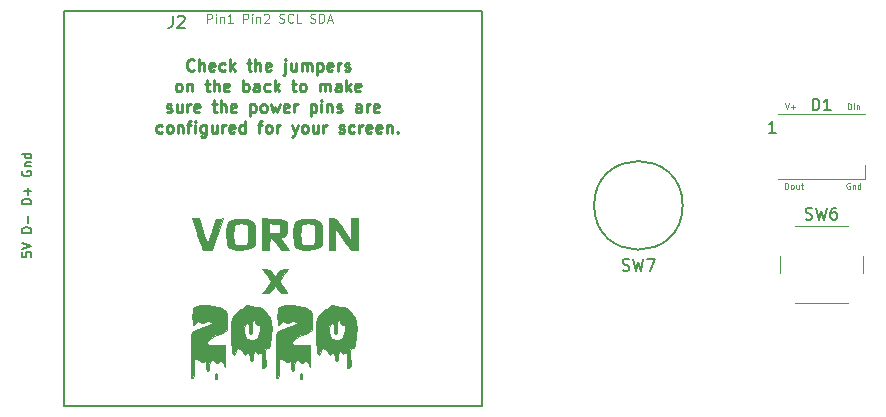
<source format=gbr>
G04 #@! TF.GenerationSoftware,KiCad,Pcbnew,(5.1.9)-1*
G04 #@! TF.CreationDate,2021-05-05T15:50:03+02:00*
G04 #@! TF.ProjectId,V0_Display,56305f44-6973-4706-9c61-792e6b696361,rev?*
G04 #@! TF.SameCoordinates,Original*
G04 #@! TF.FileFunction,Legend,Top*
G04 #@! TF.FilePolarity,Positive*
%FSLAX46Y46*%
G04 Gerber Fmt 4.6, Leading zero omitted, Abs format (unit mm)*
G04 Created by KiCad (PCBNEW (5.1.9)-1) date 2021-05-05 15:50:03*
%MOMM*%
%LPD*%
G01*
G04 APERTURE LIST*
%ADD10C,0.250000*%
%ADD11C,0.075000*%
%ADD12C,0.150000*%
%ADD13C,0.100000*%
%ADD14C,0.010000*%
%ADD15C,0.120000*%
G04 APERTURE END LIST*
D10*
X106803333Y-55662142D02*
X106755714Y-55709761D01*
X106612857Y-55757380D01*
X106517619Y-55757380D01*
X106374761Y-55709761D01*
X106279523Y-55614523D01*
X106231904Y-55519285D01*
X106184285Y-55328809D01*
X106184285Y-55185952D01*
X106231904Y-54995476D01*
X106279523Y-54900238D01*
X106374761Y-54805000D01*
X106517619Y-54757380D01*
X106612857Y-54757380D01*
X106755714Y-54805000D01*
X106803333Y-54852619D01*
X107231904Y-55757380D02*
X107231904Y-54757380D01*
X107660476Y-55757380D02*
X107660476Y-55233571D01*
X107612857Y-55138333D01*
X107517619Y-55090714D01*
X107374761Y-55090714D01*
X107279523Y-55138333D01*
X107231904Y-55185952D01*
X108517619Y-55709761D02*
X108422380Y-55757380D01*
X108231904Y-55757380D01*
X108136666Y-55709761D01*
X108089047Y-55614523D01*
X108089047Y-55233571D01*
X108136666Y-55138333D01*
X108231904Y-55090714D01*
X108422380Y-55090714D01*
X108517619Y-55138333D01*
X108565238Y-55233571D01*
X108565238Y-55328809D01*
X108089047Y-55424047D01*
X109422380Y-55709761D02*
X109327142Y-55757380D01*
X109136666Y-55757380D01*
X109041428Y-55709761D01*
X108993809Y-55662142D01*
X108946190Y-55566904D01*
X108946190Y-55281190D01*
X108993809Y-55185952D01*
X109041428Y-55138333D01*
X109136666Y-55090714D01*
X109327142Y-55090714D01*
X109422380Y-55138333D01*
X109850952Y-55757380D02*
X109850952Y-54757380D01*
X109946190Y-55376428D02*
X110231904Y-55757380D01*
X110231904Y-55090714D02*
X109850952Y-55471666D01*
X111279523Y-55090714D02*
X111660476Y-55090714D01*
X111422380Y-54757380D02*
X111422380Y-55614523D01*
X111470000Y-55709761D01*
X111565238Y-55757380D01*
X111660476Y-55757380D01*
X111993809Y-55757380D02*
X111993809Y-54757380D01*
X112422380Y-55757380D02*
X112422380Y-55233571D01*
X112374761Y-55138333D01*
X112279523Y-55090714D01*
X112136666Y-55090714D01*
X112041428Y-55138333D01*
X111993809Y-55185952D01*
X113279523Y-55709761D02*
X113184285Y-55757380D01*
X112993809Y-55757380D01*
X112898571Y-55709761D01*
X112850952Y-55614523D01*
X112850952Y-55233571D01*
X112898571Y-55138333D01*
X112993809Y-55090714D01*
X113184285Y-55090714D01*
X113279523Y-55138333D01*
X113327142Y-55233571D01*
X113327142Y-55328809D01*
X112850952Y-55424047D01*
X114517619Y-55090714D02*
X114517619Y-55947857D01*
X114470000Y-56043095D01*
X114374761Y-56090714D01*
X114327142Y-56090714D01*
X114517619Y-54757380D02*
X114470000Y-54805000D01*
X114517619Y-54852619D01*
X114565238Y-54805000D01*
X114517619Y-54757380D01*
X114517619Y-54852619D01*
X115422380Y-55090714D02*
X115422380Y-55757380D01*
X114993809Y-55090714D02*
X114993809Y-55614523D01*
X115041428Y-55709761D01*
X115136666Y-55757380D01*
X115279523Y-55757380D01*
X115374761Y-55709761D01*
X115422380Y-55662142D01*
X115898571Y-55757380D02*
X115898571Y-55090714D01*
X115898571Y-55185952D02*
X115946190Y-55138333D01*
X116041428Y-55090714D01*
X116184285Y-55090714D01*
X116279523Y-55138333D01*
X116327142Y-55233571D01*
X116327142Y-55757380D01*
X116327142Y-55233571D02*
X116374761Y-55138333D01*
X116470000Y-55090714D01*
X116612857Y-55090714D01*
X116708095Y-55138333D01*
X116755714Y-55233571D01*
X116755714Y-55757380D01*
X117231904Y-55090714D02*
X117231904Y-56090714D01*
X117231904Y-55138333D02*
X117327142Y-55090714D01*
X117517619Y-55090714D01*
X117612857Y-55138333D01*
X117660476Y-55185952D01*
X117708095Y-55281190D01*
X117708095Y-55566904D01*
X117660476Y-55662142D01*
X117612857Y-55709761D01*
X117517619Y-55757380D01*
X117327142Y-55757380D01*
X117231904Y-55709761D01*
X118517619Y-55709761D02*
X118422380Y-55757380D01*
X118231904Y-55757380D01*
X118136666Y-55709761D01*
X118089047Y-55614523D01*
X118089047Y-55233571D01*
X118136666Y-55138333D01*
X118231904Y-55090714D01*
X118422380Y-55090714D01*
X118517619Y-55138333D01*
X118565238Y-55233571D01*
X118565238Y-55328809D01*
X118089047Y-55424047D01*
X118993809Y-55757380D02*
X118993809Y-55090714D01*
X118993809Y-55281190D02*
X119041428Y-55185952D01*
X119089047Y-55138333D01*
X119184285Y-55090714D01*
X119279523Y-55090714D01*
X119565238Y-55709761D02*
X119660476Y-55757380D01*
X119850952Y-55757380D01*
X119946190Y-55709761D01*
X119993809Y-55614523D01*
X119993809Y-55566904D01*
X119946190Y-55471666D01*
X119850952Y-55424047D01*
X119708095Y-55424047D01*
X119612857Y-55376428D01*
X119565238Y-55281190D01*
X119565238Y-55233571D01*
X119612857Y-55138333D01*
X119708095Y-55090714D01*
X119850952Y-55090714D01*
X119946190Y-55138333D01*
X105446190Y-57507380D02*
X105350952Y-57459761D01*
X105303333Y-57412142D01*
X105255714Y-57316904D01*
X105255714Y-57031190D01*
X105303333Y-56935952D01*
X105350952Y-56888333D01*
X105446190Y-56840714D01*
X105589047Y-56840714D01*
X105684285Y-56888333D01*
X105731904Y-56935952D01*
X105779523Y-57031190D01*
X105779523Y-57316904D01*
X105731904Y-57412142D01*
X105684285Y-57459761D01*
X105589047Y-57507380D01*
X105446190Y-57507380D01*
X106208095Y-56840714D02*
X106208095Y-57507380D01*
X106208095Y-56935952D02*
X106255714Y-56888333D01*
X106350952Y-56840714D01*
X106493809Y-56840714D01*
X106589047Y-56888333D01*
X106636666Y-56983571D01*
X106636666Y-57507380D01*
X107731904Y-56840714D02*
X108112857Y-56840714D01*
X107874761Y-56507380D02*
X107874761Y-57364523D01*
X107922380Y-57459761D01*
X108017619Y-57507380D01*
X108112857Y-57507380D01*
X108446190Y-57507380D02*
X108446190Y-56507380D01*
X108874761Y-57507380D02*
X108874761Y-56983571D01*
X108827142Y-56888333D01*
X108731904Y-56840714D01*
X108589047Y-56840714D01*
X108493809Y-56888333D01*
X108446190Y-56935952D01*
X109731904Y-57459761D02*
X109636666Y-57507380D01*
X109446190Y-57507380D01*
X109350952Y-57459761D01*
X109303333Y-57364523D01*
X109303333Y-56983571D01*
X109350952Y-56888333D01*
X109446190Y-56840714D01*
X109636666Y-56840714D01*
X109731904Y-56888333D01*
X109779523Y-56983571D01*
X109779523Y-57078809D01*
X109303333Y-57174047D01*
X110970000Y-57507380D02*
X110970000Y-56507380D01*
X110970000Y-56888333D02*
X111065238Y-56840714D01*
X111255714Y-56840714D01*
X111350952Y-56888333D01*
X111398571Y-56935952D01*
X111446190Y-57031190D01*
X111446190Y-57316904D01*
X111398571Y-57412142D01*
X111350952Y-57459761D01*
X111255714Y-57507380D01*
X111065238Y-57507380D01*
X110970000Y-57459761D01*
X112303333Y-57507380D02*
X112303333Y-56983571D01*
X112255714Y-56888333D01*
X112160476Y-56840714D01*
X111970000Y-56840714D01*
X111874761Y-56888333D01*
X112303333Y-57459761D02*
X112208095Y-57507380D01*
X111970000Y-57507380D01*
X111874761Y-57459761D01*
X111827142Y-57364523D01*
X111827142Y-57269285D01*
X111874761Y-57174047D01*
X111970000Y-57126428D01*
X112208095Y-57126428D01*
X112303333Y-57078809D01*
X113208095Y-57459761D02*
X113112857Y-57507380D01*
X112922380Y-57507380D01*
X112827142Y-57459761D01*
X112779523Y-57412142D01*
X112731904Y-57316904D01*
X112731904Y-57031190D01*
X112779523Y-56935952D01*
X112827142Y-56888333D01*
X112922380Y-56840714D01*
X113112857Y-56840714D01*
X113208095Y-56888333D01*
X113636666Y-57507380D02*
X113636666Y-56507380D01*
X113731904Y-57126428D02*
X114017619Y-57507380D01*
X114017619Y-56840714D02*
X113636666Y-57221666D01*
X115065238Y-56840714D02*
X115446190Y-56840714D01*
X115208095Y-56507380D02*
X115208095Y-57364523D01*
X115255714Y-57459761D01*
X115350952Y-57507380D01*
X115446190Y-57507380D01*
X115922380Y-57507380D02*
X115827142Y-57459761D01*
X115779523Y-57412142D01*
X115731904Y-57316904D01*
X115731904Y-57031190D01*
X115779523Y-56935952D01*
X115827142Y-56888333D01*
X115922380Y-56840714D01*
X116065238Y-56840714D01*
X116160476Y-56888333D01*
X116208095Y-56935952D01*
X116255714Y-57031190D01*
X116255714Y-57316904D01*
X116208095Y-57412142D01*
X116160476Y-57459761D01*
X116065238Y-57507380D01*
X115922380Y-57507380D01*
X117446190Y-57507380D02*
X117446190Y-56840714D01*
X117446190Y-56935952D02*
X117493809Y-56888333D01*
X117589047Y-56840714D01*
X117731904Y-56840714D01*
X117827142Y-56888333D01*
X117874761Y-56983571D01*
X117874761Y-57507380D01*
X117874761Y-56983571D02*
X117922380Y-56888333D01*
X118017619Y-56840714D01*
X118160476Y-56840714D01*
X118255714Y-56888333D01*
X118303333Y-56983571D01*
X118303333Y-57507380D01*
X119208095Y-57507380D02*
X119208095Y-56983571D01*
X119160476Y-56888333D01*
X119065238Y-56840714D01*
X118874761Y-56840714D01*
X118779523Y-56888333D01*
X119208095Y-57459761D02*
X119112857Y-57507380D01*
X118874761Y-57507380D01*
X118779523Y-57459761D01*
X118731904Y-57364523D01*
X118731904Y-57269285D01*
X118779523Y-57174047D01*
X118874761Y-57126428D01*
X119112857Y-57126428D01*
X119208095Y-57078809D01*
X119684285Y-57507380D02*
X119684285Y-56507380D01*
X119779523Y-57126428D02*
X120065238Y-57507380D01*
X120065238Y-56840714D02*
X119684285Y-57221666D01*
X120874761Y-57459761D02*
X120779523Y-57507380D01*
X120589047Y-57507380D01*
X120493809Y-57459761D01*
X120446190Y-57364523D01*
X120446190Y-56983571D01*
X120493809Y-56888333D01*
X120589047Y-56840714D01*
X120779523Y-56840714D01*
X120874761Y-56888333D01*
X120922380Y-56983571D01*
X120922380Y-57078809D01*
X120446190Y-57174047D01*
X104470000Y-59209761D02*
X104565238Y-59257380D01*
X104755714Y-59257380D01*
X104850952Y-59209761D01*
X104898571Y-59114523D01*
X104898571Y-59066904D01*
X104850952Y-58971666D01*
X104755714Y-58924047D01*
X104612857Y-58924047D01*
X104517619Y-58876428D01*
X104470000Y-58781190D01*
X104470000Y-58733571D01*
X104517619Y-58638333D01*
X104612857Y-58590714D01*
X104755714Y-58590714D01*
X104850952Y-58638333D01*
X105755714Y-58590714D02*
X105755714Y-59257380D01*
X105327142Y-58590714D02*
X105327142Y-59114523D01*
X105374761Y-59209761D01*
X105470000Y-59257380D01*
X105612857Y-59257380D01*
X105708095Y-59209761D01*
X105755714Y-59162142D01*
X106231904Y-59257380D02*
X106231904Y-58590714D01*
X106231904Y-58781190D02*
X106279523Y-58685952D01*
X106327142Y-58638333D01*
X106422380Y-58590714D01*
X106517619Y-58590714D01*
X107231904Y-59209761D02*
X107136666Y-59257380D01*
X106946190Y-59257380D01*
X106850952Y-59209761D01*
X106803333Y-59114523D01*
X106803333Y-58733571D01*
X106850952Y-58638333D01*
X106946190Y-58590714D01*
X107136666Y-58590714D01*
X107231904Y-58638333D01*
X107279523Y-58733571D01*
X107279523Y-58828809D01*
X106803333Y-58924047D01*
X108327142Y-58590714D02*
X108708095Y-58590714D01*
X108470000Y-58257380D02*
X108470000Y-59114523D01*
X108517619Y-59209761D01*
X108612857Y-59257380D01*
X108708095Y-59257380D01*
X109041428Y-59257380D02*
X109041428Y-58257380D01*
X109470000Y-59257380D02*
X109470000Y-58733571D01*
X109422380Y-58638333D01*
X109327142Y-58590714D01*
X109184285Y-58590714D01*
X109089047Y-58638333D01*
X109041428Y-58685952D01*
X110327142Y-59209761D02*
X110231904Y-59257380D01*
X110041428Y-59257380D01*
X109946190Y-59209761D01*
X109898571Y-59114523D01*
X109898571Y-58733571D01*
X109946190Y-58638333D01*
X110041428Y-58590714D01*
X110231904Y-58590714D01*
X110327142Y-58638333D01*
X110374761Y-58733571D01*
X110374761Y-58828809D01*
X109898571Y-58924047D01*
X111565238Y-58590714D02*
X111565238Y-59590714D01*
X111565238Y-58638333D02*
X111660476Y-58590714D01*
X111850952Y-58590714D01*
X111946190Y-58638333D01*
X111993809Y-58685952D01*
X112041428Y-58781190D01*
X112041428Y-59066904D01*
X111993809Y-59162142D01*
X111946190Y-59209761D01*
X111850952Y-59257380D01*
X111660476Y-59257380D01*
X111565238Y-59209761D01*
X112612857Y-59257380D02*
X112517619Y-59209761D01*
X112470000Y-59162142D01*
X112422380Y-59066904D01*
X112422380Y-58781190D01*
X112470000Y-58685952D01*
X112517619Y-58638333D01*
X112612857Y-58590714D01*
X112755714Y-58590714D01*
X112850952Y-58638333D01*
X112898571Y-58685952D01*
X112946190Y-58781190D01*
X112946190Y-59066904D01*
X112898571Y-59162142D01*
X112850952Y-59209761D01*
X112755714Y-59257380D01*
X112612857Y-59257380D01*
X113279523Y-58590714D02*
X113470000Y-59257380D01*
X113660476Y-58781190D01*
X113850952Y-59257380D01*
X114041428Y-58590714D01*
X114803333Y-59209761D02*
X114708095Y-59257380D01*
X114517619Y-59257380D01*
X114422380Y-59209761D01*
X114374761Y-59114523D01*
X114374761Y-58733571D01*
X114422380Y-58638333D01*
X114517619Y-58590714D01*
X114708095Y-58590714D01*
X114803333Y-58638333D01*
X114850952Y-58733571D01*
X114850952Y-58828809D01*
X114374761Y-58924047D01*
X115279523Y-59257380D02*
X115279523Y-58590714D01*
X115279523Y-58781190D02*
X115327142Y-58685952D01*
X115374761Y-58638333D01*
X115470000Y-58590714D01*
X115565238Y-58590714D01*
X116660476Y-58590714D02*
X116660476Y-59590714D01*
X116660476Y-58638333D02*
X116755714Y-58590714D01*
X116946190Y-58590714D01*
X117041428Y-58638333D01*
X117089047Y-58685952D01*
X117136666Y-58781190D01*
X117136666Y-59066904D01*
X117089047Y-59162142D01*
X117041428Y-59209761D01*
X116946190Y-59257380D01*
X116755714Y-59257380D01*
X116660476Y-59209761D01*
X117565238Y-59257380D02*
X117565238Y-58590714D01*
X117565238Y-58257380D02*
X117517619Y-58305000D01*
X117565238Y-58352619D01*
X117612857Y-58305000D01*
X117565238Y-58257380D01*
X117565238Y-58352619D01*
X118041428Y-58590714D02*
X118041428Y-59257380D01*
X118041428Y-58685952D02*
X118089047Y-58638333D01*
X118184285Y-58590714D01*
X118327142Y-58590714D01*
X118422380Y-58638333D01*
X118470000Y-58733571D01*
X118470000Y-59257380D01*
X118898571Y-59209761D02*
X118993809Y-59257380D01*
X119184285Y-59257380D01*
X119279523Y-59209761D01*
X119327142Y-59114523D01*
X119327142Y-59066904D01*
X119279523Y-58971666D01*
X119184285Y-58924047D01*
X119041428Y-58924047D01*
X118946190Y-58876428D01*
X118898571Y-58781190D01*
X118898571Y-58733571D01*
X118946190Y-58638333D01*
X119041428Y-58590714D01*
X119184285Y-58590714D01*
X119279523Y-58638333D01*
X120946190Y-59257380D02*
X120946190Y-58733571D01*
X120898571Y-58638333D01*
X120803333Y-58590714D01*
X120612857Y-58590714D01*
X120517619Y-58638333D01*
X120946190Y-59209761D02*
X120850952Y-59257380D01*
X120612857Y-59257380D01*
X120517619Y-59209761D01*
X120470000Y-59114523D01*
X120470000Y-59019285D01*
X120517619Y-58924047D01*
X120612857Y-58876428D01*
X120850952Y-58876428D01*
X120946190Y-58828809D01*
X121422380Y-59257380D02*
X121422380Y-58590714D01*
X121422380Y-58781190D02*
X121470000Y-58685952D01*
X121517619Y-58638333D01*
X121612857Y-58590714D01*
X121708095Y-58590714D01*
X122422380Y-59209761D02*
X122327142Y-59257380D01*
X122136666Y-59257380D01*
X122041428Y-59209761D01*
X121993809Y-59114523D01*
X121993809Y-58733571D01*
X122041428Y-58638333D01*
X122136666Y-58590714D01*
X122327142Y-58590714D01*
X122422380Y-58638333D01*
X122470000Y-58733571D01*
X122470000Y-58828809D01*
X121993809Y-58924047D01*
X104089047Y-60959761D02*
X103993809Y-61007380D01*
X103803333Y-61007380D01*
X103708095Y-60959761D01*
X103660476Y-60912142D01*
X103612857Y-60816904D01*
X103612857Y-60531190D01*
X103660476Y-60435952D01*
X103708095Y-60388333D01*
X103803333Y-60340714D01*
X103993809Y-60340714D01*
X104089047Y-60388333D01*
X104660476Y-61007380D02*
X104565238Y-60959761D01*
X104517619Y-60912142D01*
X104470000Y-60816904D01*
X104470000Y-60531190D01*
X104517619Y-60435952D01*
X104565238Y-60388333D01*
X104660476Y-60340714D01*
X104803333Y-60340714D01*
X104898571Y-60388333D01*
X104946190Y-60435952D01*
X104993809Y-60531190D01*
X104993809Y-60816904D01*
X104946190Y-60912142D01*
X104898571Y-60959761D01*
X104803333Y-61007380D01*
X104660476Y-61007380D01*
X105422380Y-60340714D02*
X105422380Y-61007380D01*
X105422380Y-60435952D02*
X105470000Y-60388333D01*
X105565238Y-60340714D01*
X105708095Y-60340714D01*
X105803333Y-60388333D01*
X105850952Y-60483571D01*
X105850952Y-61007380D01*
X106184285Y-60340714D02*
X106565238Y-60340714D01*
X106327142Y-61007380D02*
X106327142Y-60150238D01*
X106374761Y-60055000D01*
X106470000Y-60007380D01*
X106565238Y-60007380D01*
X106898571Y-61007380D02*
X106898571Y-60340714D01*
X106898571Y-60007380D02*
X106850952Y-60055000D01*
X106898571Y-60102619D01*
X106946190Y-60055000D01*
X106898571Y-60007380D01*
X106898571Y-60102619D01*
X107803333Y-60340714D02*
X107803333Y-61150238D01*
X107755714Y-61245476D01*
X107708095Y-61293095D01*
X107612857Y-61340714D01*
X107470000Y-61340714D01*
X107374761Y-61293095D01*
X107803333Y-60959761D02*
X107708095Y-61007380D01*
X107517619Y-61007380D01*
X107422380Y-60959761D01*
X107374761Y-60912142D01*
X107327142Y-60816904D01*
X107327142Y-60531190D01*
X107374761Y-60435952D01*
X107422380Y-60388333D01*
X107517619Y-60340714D01*
X107708095Y-60340714D01*
X107803333Y-60388333D01*
X108708095Y-60340714D02*
X108708095Y-61007380D01*
X108279523Y-60340714D02*
X108279523Y-60864523D01*
X108327142Y-60959761D01*
X108422380Y-61007380D01*
X108565238Y-61007380D01*
X108660476Y-60959761D01*
X108708095Y-60912142D01*
X109184285Y-61007380D02*
X109184285Y-60340714D01*
X109184285Y-60531190D02*
X109231904Y-60435952D01*
X109279523Y-60388333D01*
X109374761Y-60340714D01*
X109470000Y-60340714D01*
X110184285Y-60959761D02*
X110089047Y-61007380D01*
X109898571Y-61007380D01*
X109803333Y-60959761D01*
X109755714Y-60864523D01*
X109755714Y-60483571D01*
X109803333Y-60388333D01*
X109898571Y-60340714D01*
X110089047Y-60340714D01*
X110184285Y-60388333D01*
X110231904Y-60483571D01*
X110231904Y-60578809D01*
X109755714Y-60674047D01*
X111089047Y-61007380D02*
X111089047Y-60007380D01*
X111089047Y-60959761D02*
X110993809Y-61007380D01*
X110803333Y-61007380D01*
X110708095Y-60959761D01*
X110660476Y-60912142D01*
X110612857Y-60816904D01*
X110612857Y-60531190D01*
X110660476Y-60435952D01*
X110708095Y-60388333D01*
X110803333Y-60340714D01*
X110993809Y-60340714D01*
X111089047Y-60388333D01*
X112184285Y-60340714D02*
X112565238Y-60340714D01*
X112327142Y-61007380D02*
X112327142Y-60150238D01*
X112374761Y-60055000D01*
X112470000Y-60007380D01*
X112565238Y-60007380D01*
X113041428Y-61007380D02*
X112946190Y-60959761D01*
X112898571Y-60912142D01*
X112850952Y-60816904D01*
X112850952Y-60531190D01*
X112898571Y-60435952D01*
X112946190Y-60388333D01*
X113041428Y-60340714D01*
X113184285Y-60340714D01*
X113279523Y-60388333D01*
X113327142Y-60435952D01*
X113374761Y-60531190D01*
X113374761Y-60816904D01*
X113327142Y-60912142D01*
X113279523Y-60959761D01*
X113184285Y-61007380D01*
X113041428Y-61007380D01*
X113803333Y-61007380D02*
X113803333Y-60340714D01*
X113803333Y-60531190D02*
X113850952Y-60435952D01*
X113898571Y-60388333D01*
X113993809Y-60340714D01*
X114089047Y-60340714D01*
X115089047Y-60340714D02*
X115327142Y-61007380D01*
X115565238Y-60340714D02*
X115327142Y-61007380D01*
X115231904Y-61245476D01*
X115184285Y-61293095D01*
X115089047Y-61340714D01*
X116089047Y-61007380D02*
X115993809Y-60959761D01*
X115946190Y-60912142D01*
X115898571Y-60816904D01*
X115898571Y-60531190D01*
X115946190Y-60435952D01*
X115993809Y-60388333D01*
X116089047Y-60340714D01*
X116231904Y-60340714D01*
X116327142Y-60388333D01*
X116374761Y-60435952D01*
X116422380Y-60531190D01*
X116422380Y-60816904D01*
X116374761Y-60912142D01*
X116327142Y-60959761D01*
X116231904Y-61007380D01*
X116089047Y-61007380D01*
X117279523Y-60340714D02*
X117279523Y-61007380D01*
X116850952Y-60340714D02*
X116850952Y-60864523D01*
X116898571Y-60959761D01*
X116993809Y-61007380D01*
X117136666Y-61007380D01*
X117231904Y-60959761D01*
X117279523Y-60912142D01*
X117755714Y-61007380D02*
X117755714Y-60340714D01*
X117755714Y-60531190D02*
X117803333Y-60435952D01*
X117850952Y-60388333D01*
X117946190Y-60340714D01*
X118041428Y-60340714D01*
X119089047Y-60959761D02*
X119184285Y-61007380D01*
X119374761Y-61007380D01*
X119470000Y-60959761D01*
X119517619Y-60864523D01*
X119517619Y-60816904D01*
X119470000Y-60721666D01*
X119374761Y-60674047D01*
X119231904Y-60674047D01*
X119136666Y-60626428D01*
X119089047Y-60531190D01*
X119089047Y-60483571D01*
X119136666Y-60388333D01*
X119231904Y-60340714D01*
X119374761Y-60340714D01*
X119470000Y-60388333D01*
X120374761Y-60959761D02*
X120279523Y-61007380D01*
X120089047Y-61007380D01*
X119993809Y-60959761D01*
X119946190Y-60912142D01*
X119898571Y-60816904D01*
X119898571Y-60531190D01*
X119946190Y-60435952D01*
X119993809Y-60388333D01*
X120089047Y-60340714D01*
X120279523Y-60340714D01*
X120374761Y-60388333D01*
X120803333Y-61007380D02*
X120803333Y-60340714D01*
X120803333Y-60531190D02*
X120850952Y-60435952D01*
X120898571Y-60388333D01*
X120993809Y-60340714D01*
X121089047Y-60340714D01*
X121803333Y-60959761D02*
X121708095Y-61007380D01*
X121517619Y-61007380D01*
X121422380Y-60959761D01*
X121374761Y-60864523D01*
X121374761Y-60483571D01*
X121422380Y-60388333D01*
X121517619Y-60340714D01*
X121708095Y-60340714D01*
X121803333Y-60388333D01*
X121850952Y-60483571D01*
X121850952Y-60578809D01*
X121374761Y-60674047D01*
X122660476Y-60959761D02*
X122565238Y-61007380D01*
X122374761Y-61007380D01*
X122279523Y-60959761D01*
X122231904Y-60864523D01*
X122231904Y-60483571D01*
X122279523Y-60388333D01*
X122374761Y-60340714D01*
X122565238Y-60340714D01*
X122660476Y-60388333D01*
X122708095Y-60483571D01*
X122708095Y-60578809D01*
X122231904Y-60674047D01*
X123136666Y-60340714D02*
X123136666Y-61007380D01*
X123136666Y-60435952D02*
X123184285Y-60388333D01*
X123279523Y-60340714D01*
X123422380Y-60340714D01*
X123517619Y-60388333D01*
X123565238Y-60483571D01*
X123565238Y-61007380D01*
X124041428Y-60912142D02*
X124089047Y-60959761D01*
X124041428Y-61007380D01*
X123993809Y-60959761D01*
X124041428Y-60912142D01*
X124041428Y-61007380D01*
D11*
X156829809Y-58520190D02*
X156996476Y-59020190D01*
X157163142Y-58520190D01*
X157329809Y-58829714D02*
X157710761Y-58829714D01*
X157520285Y-59020190D02*
X157520285Y-58639238D01*
X162318571Y-65275000D02*
X162270952Y-65251190D01*
X162199523Y-65251190D01*
X162128095Y-65275000D01*
X162080476Y-65322619D01*
X162056666Y-65370238D01*
X162032857Y-65465476D01*
X162032857Y-65536904D01*
X162056666Y-65632142D01*
X162080476Y-65679761D01*
X162128095Y-65727380D01*
X162199523Y-65751190D01*
X162247142Y-65751190D01*
X162318571Y-65727380D01*
X162342380Y-65703571D01*
X162342380Y-65536904D01*
X162247142Y-65536904D01*
X162556666Y-65417857D02*
X162556666Y-65751190D01*
X162556666Y-65465476D02*
X162580476Y-65441666D01*
X162628095Y-65417857D01*
X162699523Y-65417857D01*
X162747142Y-65441666D01*
X162770952Y-65489285D01*
X162770952Y-65751190D01*
X163223333Y-65751190D02*
X163223333Y-65251190D01*
X163223333Y-65727380D02*
X163175714Y-65751190D01*
X163080476Y-65751190D01*
X163032857Y-65727380D01*
X163009047Y-65703571D01*
X162985238Y-65655952D01*
X162985238Y-65513095D01*
X163009047Y-65465476D01*
X163032857Y-65441666D01*
X163080476Y-65417857D01*
X163175714Y-65417857D01*
X163223333Y-65441666D01*
X156833809Y-65751190D02*
X156833809Y-65251190D01*
X156952857Y-65251190D01*
X157024285Y-65275000D01*
X157071904Y-65322619D01*
X157095714Y-65370238D01*
X157119523Y-65465476D01*
X157119523Y-65536904D01*
X157095714Y-65632142D01*
X157071904Y-65679761D01*
X157024285Y-65727380D01*
X156952857Y-65751190D01*
X156833809Y-65751190D01*
X157405238Y-65751190D02*
X157357619Y-65727380D01*
X157333809Y-65703571D01*
X157310000Y-65655952D01*
X157310000Y-65513095D01*
X157333809Y-65465476D01*
X157357619Y-65441666D01*
X157405238Y-65417857D01*
X157476666Y-65417857D01*
X157524285Y-65441666D01*
X157548095Y-65465476D01*
X157571904Y-65513095D01*
X157571904Y-65655952D01*
X157548095Y-65703571D01*
X157524285Y-65727380D01*
X157476666Y-65751190D01*
X157405238Y-65751190D01*
X158000476Y-65417857D02*
X158000476Y-65751190D01*
X157786190Y-65417857D02*
X157786190Y-65679761D01*
X157810000Y-65727380D01*
X157857619Y-65751190D01*
X157929047Y-65751190D01*
X157976666Y-65727380D01*
X158000476Y-65703571D01*
X158167142Y-65417857D02*
X158357619Y-65417857D01*
X158238571Y-65251190D02*
X158238571Y-65679761D01*
X158262380Y-65727380D01*
X158310000Y-65751190D01*
X158357619Y-65751190D01*
X162163809Y-59020190D02*
X162163809Y-58520190D01*
X162282857Y-58520190D01*
X162354285Y-58544000D01*
X162401904Y-58591619D01*
X162425714Y-58639238D01*
X162449523Y-58734476D01*
X162449523Y-58805904D01*
X162425714Y-58901142D01*
X162401904Y-58948761D01*
X162354285Y-58996380D01*
X162282857Y-59020190D01*
X162163809Y-59020190D01*
X162663809Y-59020190D02*
X162663809Y-58686857D01*
X162663809Y-58520190D02*
X162640000Y-58544000D01*
X162663809Y-58567809D01*
X162687619Y-58544000D01*
X162663809Y-58520190D01*
X162663809Y-58567809D01*
X162901904Y-58686857D02*
X162901904Y-59020190D01*
X162901904Y-58734476D02*
X162925714Y-58710666D01*
X162973333Y-58686857D01*
X163044761Y-58686857D01*
X163092380Y-58710666D01*
X163116190Y-58758285D01*
X163116190Y-59020190D01*
D12*
X92231904Y-71130952D02*
X92231904Y-71511904D01*
X92612857Y-71550000D01*
X92574761Y-71511904D01*
X92536666Y-71435714D01*
X92536666Y-71245238D01*
X92574761Y-71169047D01*
X92612857Y-71130952D01*
X92689047Y-71092857D01*
X92879523Y-71092857D01*
X92955714Y-71130952D01*
X92993809Y-71169047D01*
X93031904Y-71245238D01*
X93031904Y-71435714D01*
X92993809Y-71511904D01*
X92955714Y-71550000D01*
X92231904Y-70864285D02*
X93031904Y-70597619D01*
X92231904Y-70330952D01*
X93031904Y-69454761D02*
X92231904Y-69454761D01*
X92231904Y-69264285D01*
X92270000Y-69150000D01*
X92346190Y-69073809D01*
X92422380Y-69035714D01*
X92574761Y-68997619D01*
X92689047Y-68997619D01*
X92841428Y-69035714D01*
X92917619Y-69073809D01*
X92993809Y-69150000D01*
X93031904Y-69264285D01*
X93031904Y-69454761D01*
X92727142Y-68654761D02*
X92727142Y-68045238D01*
X93031904Y-67054761D02*
X92231904Y-67054761D01*
X92231904Y-66864285D01*
X92270000Y-66750000D01*
X92346190Y-66673809D01*
X92422380Y-66635714D01*
X92574761Y-66597619D01*
X92689047Y-66597619D01*
X92841428Y-66635714D01*
X92917619Y-66673809D01*
X92993809Y-66750000D01*
X93031904Y-66864285D01*
X93031904Y-67054761D01*
X92727142Y-66254761D02*
X92727142Y-65645238D01*
X93031904Y-65950000D02*
X92422380Y-65950000D01*
X92270000Y-64235714D02*
X92231904Y-64311904D01*
X92231904Y-64426190D01*
X92270000Y-64540476D01*
X92346190Y-64616666D01*
X92422380Y-64654761D01*
X92574761Y-64692857D01*
X92689047Y-64692857D01*
X92841428Y-64654761D01*
X92917619Y-64616666D01*
X92993809Y-64540476D01*
X93031904Y-64426190D01*
X93031904Y-64350000D01*
X92993809Y-64235714D01*
X92955714Y-64197619D01*
X92689047Y-64197619D01*
X92689047Y-64350000D01*
X92498571Y-63854761D02*
X93031904Y-63854761D01*
X92574761Y-63854761D02*
X92536666Y-63816666D01*
X92498571Y-63740476D01*
X92498571Y-63626190D01*
X92536666Y-63550000D01*
X92612857Y-63511904D01*
X93031904Y-63511904D01*
X93031904Y-62788095D02*
X92231904Y-62788095D01*
X92993809Y-62788095D02*
X93031904Y-62864285D01*
X93031904Y-63016666D01*
X92993809Y-63092857D01*
X92955714Y-63130952D01*
X92879523Y-63169047D01*
X92650952Y-63169047D01*
X92574761Y-63130952D01*
X92536666Y-63092857D01*
X92498571Y-63016666D01*
X92498571Y-62864285D01*
X92536666Y-62788095D01*
D13*
X107902142Y-51687285D02*
X107902142Y-50937285D01*
X108187857Y-50937285D01*
X108259285Y-50973000D01*
X108295000Y-51008714D01*
X108330714Y-51080142D01*
X108330714Y-51187285D01*
X108295000Y-51258714D01*
X108259285Y-51294428D01*
X108187857Y-51330142D01*
X107902142Y-51330142D01*
X108652142Y-51687285D02*
X108652142Y-51187285D01*
X108652142Y-50937285D02*
X108616428Y-50973000D01*
X108652142Y-51008714D01*
X108687857Y-50973000D01*
X108652142Y-50937285D01*
X108652142Y-51008714D01*
X109009285Y-51187285D02*
X109009285Y-51687285D01*
X109009285Y-51258714D02*
X109045000Y-51223000D01*
X109116428Y-51187285D01*
X109223571Y-51187285D01*
X109295000Y-51223000D01*
X109330714Y-51294428D01*
X109330714Y-51687285D01*
X110080714Y-51687285D02*
X109652142Y-51687285D01*
X109866428Y-51687285D02*
X109866428Y-50937285D01*
X109795000Y-51044428D01*
X109723571Y-51115857D01*
X109652142Y-51151571D01*
X110973571Y-51687285D02*
X110973571Y-50937285D01*
X111259285Y-50937285D01*
X111330714Y-50973000D01*
X111366428Y-51008714D01*
X111402142Y-51080142D01*
X111402142Y-51187285D01*
X111366428Y-51258714D01*
X111330714Y-51294428D01*
X111259285Y-51330142D01*
X110973571Y-51330142D01*
X111723571Y-51687285D02*
X111723571Y-51187285D01*
X111723571Y-50937285D02*
X111687857Y-50973000D01*
X111723571Y-51008714D01*
X111759285Y-50973000D01*
X111723571Y-50937285D01*
X111723571Y-51008714D01*
X112080714Y-51187285D02*
X112080714Y-51687285D01*
X112080714Y-51258714D02*
X112116428Y-51223000D01*
X112187857Y-51187285D01*
X112295000Y-51187285D01*
X112366428Y-51223000D01*
X112402142Y-51294428D01*
X112402142Y-51687285D01*
X112723571Y-51008714D02*
X112759285Y-50973000D01*
X112830714Y-50937285D01*
X113009285Y-50937285D01*
X113080714Y-50973000D01*
X113116428Y-51008714D01*
X113152142Y-51080142D01*
X113152142Y-51151571D01*
X113116428Y-51258714D01*
X112687857Y-51687285D01*
X113152142Y-51687285D01*
X114009285Y-51651571D02*
X114116428Y-51687285D01*
X114295000Y-51687285D01*
X114366428Y-51651571D01*
X114402142Y-51615857D01*
X114437857Y-51544428D01*
X114437857Y-51473000D01*
X114402142Y-51401571D01*
X114366428Y-51365857D01*
X114295000Y-51330142D01*
X114152142Y-51294428D01*
X114080714Y-51258714D01*
X114045000Y-51223000D01*
X114009285Y-51151571D01*
X114009285Y-51080142D01*
X114045000Y-51008714D01*
X114080714Y-50973000D01*
X114152142Y-50937285D01*
X114330714Y-50937285D01*
X114437857Y-50973000D01*
X115187857Y-51615857D02*
X115152142Y-51651571D01*
X115045000Y-51687285D01*
X114973571Y-51687285D01*
X114866428Y-51651571D01*
X114795000Y-51580142D01*
X114759285Y-51508714D01*
X114723571Y-51365857D01*
X114723571Y-51258714D01*
X114759285Y-51115857D01*
X114795000Y-51044428D01*
X114866428Y-50973000D01*
X114973571Y-50937285D01*
X115045000Y-50937285D01*
X115152142Y-50973000D01*
X115187857Y-51008714D01*
X115866428Y-51687285D02*
X115509285Y-51687285D01*
X115509285Y-50937285D01*
X116652142Y-51651571D02*
X116759285Y-51687285D01*
X116937857Y-51687285D01*
X117009285Y-51651571D01*
X117045000Y-51615857D01*
X117080714Y-51544428D01*
X117080714Y-51473000D01*
X117045000Y-51401571D01*
X117009285Y-51365857D01*
X116937857Y-51330142D01*
X116795000Y-51294428D01*
X116723571Y-51258714D01*
X116687857Y-51223000D01*
X116652142Y-51151571D01*
X116652142Y-51080142D01*
X116687857Y-51008714D01*
X116723571Y-50973000D01*
X116795000Y-50937285D01*
X116973571Y-50937285D01*
X117080714Y-50973000D01*
X117402142Y-51687285D02*
X117402142Y-50937285D01*
X117580714Y-50937285D01*
X117687857Y-50973000D01*
X117759285Y-51044428D01*
X117795000Y-51115857D01*
X117830714Y-51258714D01*
X117830714Y-51365857D01*
X117795000Y-51508714D01*
X117759285Y-51580142D01*
X117687857Y-51651571D01*
X117580714Y-51687285D01*
X117402142Y-51687285D01*
X118116428Y-51473000D02*
X118473571Y-51473000D01*
X118045000Y-51687285D02*
X118295000Y-50937285D01*
X118545000Y-51687285D01*
D14*
G36*
X118663080Y-68259174D02*
G01*
X118769523Y-68299429D01*
X118883611Y-68393535D01*
X119027079Y-68563592D01*
X119221662Y-68831704D01*
X119473877Y-69197681D01*
X120120666Y-70144696D01*
X120120666Y-68250667D01*
X120713333Y-68250667D01*
X120713333Y-70960000D01*
X120386455Y-70960000D01*
X120251972Y-70955105D01*
X120141578Y-70925742D01*
X120032636Y-70849892D01*
X119902507Y-70705537D01*
X119728553Y-70470658D01*
X119488136Y-70123236D01*
X119412788Y-70012986D01*
X118766000Y-69065971D01*
X118766000Y-70960000D01*
X118258000Y-70960000D01*
X118258000Y-68250667D01*
X118542544Y-68250667D01*
X118663080Y-68259174D01*
G37*
X118663080Y-68259174D02*
X118769523Y-68299429D01*
X118883611Y-68393535D01*
X119027079Y-68563592D01*
X119221662Y-68831704D01*
X119473877Y-69197681D01*
X120120666Y-70144696D01*
X120120666Y-68250667D01*
X120713333Y-68250667D01*
X120713333Y-70960000D01*
X120386455Y-70960000D01*
X120251972Y-70955105D01*
X120141578Y-70925742D01*
X120032636Y-70849892D01*
X119902507Y-70705537D01*
X119728553Y-70470658D01*
X119488136Y-70123236D01*
X119412788Y-70012986D01*
X118766000Y-69065971D01*
X118766000Y-70960000D01*
X118258000Y-70960000D01*
X118258000Y-68250667D01*
X118542544Y-68250667D01*
X118663080Y-68259174D01*
G36*
X116930758Y-68318217D02*
G01*
X117301508Y-68450527D01*
X117501497Y-68594831D01*
X117580543Y-68698678D01*
X117629748Y-68843554D01*
X117655667Y-69067921D01*
X117664855Y-69410244D01*
X117665333Y-69556075D01*
X117659958Y-69920220D01*
X117645555Y-70229622D01*
X117624705Y-70438402D01*
X117612739Y-70490540D01*
X117468980Y-70653118D01*
X117200112Y-70786317D01*
X116849127Y-70881163D01*
X116459019Y-70928682D01*
X116072777Y-70919896D01*
X115802666Y-70868422D01*
X115554898Y-70775247D01*
X115386239Y-70645287D01*
X115282255Y-70447553D01*
X115228513Y-70151057D01*
X115210579Y-69724810D01*
X115210043Y-69605334D01*
X115802666Y-69605334D01*
X115815091Y-70009988D01*
X115850345Y-70295180D01*
X115904266Y-70435067D01*
X116043207Y-70493852D01*
X116284172Y-70530537D01*
X116437666Y-70536667D01*
X116706363Y-70517807D01*
X116910340Y-70469741D01*
X116971066Y-70435067D01*
X117025698Y-70291063D01*
X117060493Y-70001715D01*
X117072666Y-69591379D01*
X117068183Y-69226614D01*
X117049930Y-68994547D01*
X117010701Y-68858673D01*
X116943292Y-68782483D01*
X116908899Y-68761646D01*
X116700043Y-68699694D01*
X116424945Y-68676922D01*
X116151954Y-68692379D01*
X115949417Y-68745116D01*
X115904266Y-68775600D01*
X115849536Y-68919373D01*
X115814661Y-69206904D01*
X115802666Y-69605334D01*
X115210043Y-69605334D01*
X115210000Y-69595954D01*
X115214573Y-69196753D01*
X115232357Y-68929484D01*
X115269449Y-68756894D01*
X115331945Y-68641731D01*
X115373835Y-68594831D01*
X115669940Y-68404799D01*
X116062867Y-68295352D01*
X116500508Y-68266492D01*
X116930758Y-68318217D01*
G37*
X116930758Y-68318217D02*
X117301508Y-68450527D01*
X117501497Y-68594831D01*
X117580543Y-68698678D01*
X117629748Y-68843554D01*
X117655667Y-69067921D01*
X117664855Y-69410244D01*
X117665333Y-69556075D01*
X117659958Y-69920220D01*
X117645555Y-70229622D01*
X117624705Y-70438402D01*
X117612739Y-70490540D01*
X117468980Y-70653118D01*
X117200112Y-70786317D01*
X116849127Y-70881163D01*
X116459019Y-70928682D01*
X116072777Y-70919896D01*
X115802666Y-70868422D01*
X115554898Y-70775247D01*
X115386239Y-70645287D01*
X115282255Y-70447553D01*
X115228513Y-70151057D01*
X115210579Y-69724810D01*
X115210043Y-69605334D01*
X115802666Y-69605334D01*
X115815091Y-70009988D01*
X115850345Y-70295180D01*
X115904266Y-70435067D01*
X116043207Y-70493852D01*
X116284172Y-70530537D01*
X116437666Y-70536667D01*
X116706363Y-70517807D01*
X116910340Y-70469741D01*
X116971066Y-70435067D01*
X117025698Y-70291063D01*
X117060493Y-70001715D01*
X117072666Y-69591379D01*
X117068183Y-69226614D01*
X117049930Y-68994547D01*
X117010701Y-68858673D01*
X116943292Y-68782483D01*
X116908899Y-68761646D01*
X116700043Y-68699694D01*
X116424945Y-68676922D01*
X116151954Y-68692379D01*
X115949417Y-68745116D01*
X115904266Y-68775600D01*
X115849536Y-68919373D01*
X115814661Y-69206904D01*
X115802666Y-69605334D01*
X115210043Y-69605334D01*
X115210000Y-69595954D01*
X115214573Y-69196753D01*
X115232357Y-68929484D01*
X115269449Y-68756894D01*
X115331945Y-68641731D01*
X115373835Y-68594831D01*
X115669940Y-68404799D01*
X116062867Y-68295352D01*
X116500508Y-68266492D01*
X116930758Y-68318217D01*
G36*
X113467529Y-68264118D02*
G01*
X113952387Y-68292515D01*
X114292774Y-68345873D01*
X114513265Y-68439213D01*
X114638429Y-68587560D01*
X114692838Y-68805936D01*
X114702000Y-69018864D01*
X114685750Y-69366692D01*
X114624195Y-69590103D01*
X114498125Y-69731991D01*
X114346839Y-69811909D01*
X114101688Y-69914987D01*
X114486335Y-70437494D01*
X114870983Y-70960000D01*
X114511324Y-70959260D01*
X114318531Y-70950800D01*
X114181910Y-70905487D01*
X114059096Y-70791971D01*
X113907724Y-70578901D01*
X113824846Y-70451260D01*
X113602871Y-70144291D01*
X113423622Y-69974719D01*
X113338012Y-69944000D01*
X113248283Y-69965289D01*
X113199795Y-70054584D01*
X113180536Y-70250023D01*
X113178000Y-70452000D01*
X113178000Y-70960000D01*
X112585333Y-70960000D01*
X112585333Y-69529516D01*
X113178000Y-69529516D01*
X114067000Y-69478334D01*
X114067000Y-68716334D01*
X113622500Y-68690742D01*
X113178000Y-68665151D01*
X113178000Y-69529516D01*
X112585333Y-69529516D01*
X112585333Y-68231461D01*
X113467529Y-68264118D01*
G37*
X113467529Y-68264118D02*
X113952387Y-68292515D01*
X114292774Y-68345873D01*
X114513265Y-68439213D01*
X114638429Y-68587560D01*
X114692838Y-68805936D01*
X114702000Y-69018864D01*
X114685750Y-69366692D01*
X114624195Y-69590103D01*
X114498125Y-69731991D01*
X114346839Y-69811909D01*
X114101688Y-69914987D01*
X114486335Y-70437494D01*
X114870983Y-70960000D01*
X114511324Y-70959260D01*
X114318531Y-70950800D01*
X114181910Y-70905487D01*
X114059096Y-70791971D01*
X113907724Y-70578901D01*
X113824846Y-70451260D01*
X113602871Y-70144291D01*
X113423622Y-69974719D01*
X113338012Y-69944000D01*
X113248283Y-69965289D01*
X113199795Y-70054584D01*
X113180536Y-70250023D01*
X113178000Y-70452000D01*
X113178000Y-70960000D01*
X112585333Y-70960000D01*
X112585333Y-69529516D01*
X113178000Y-69529516D01*
X114067000Y-69478334D01*
X114067000Y-68716334D01*
X113622500Y-68690742D01*
X113178000Y-68665151D01*
X113178000Y-69529516D01*
X112585333Y-69529516D01*
X112585333Y-68231461D01*
X113467529Y-68264118D01*
G36*
X111258091Y-68318217D02*
G01*
X111628842Y-68450527D01*
X111828830Y-68594831D01*
X111907877Y-68698678D01*
X111957082Y-68843554D01*
X111983000Y-69067921D01*
X111992188Y-69410244D01*
X111992666Y-69556075D01*
X111987291Y-69920220D01*
X111972888Y-70229622D01*
X111952038Y-70438402D01*
X111940073Y-70490540D01*
X111796313Y-70653118D01*
X111527445Y-70786317D01*
X111176461Y-70881163D01*
X110786352Y-70928682D01*
X110400110Y-70919896D01*
X110130000Y-70868422D01*
X109882232Y-70775247D01*
X109713572Y-70645287D01*
X109609588Y-70447553D01*
X109555846Y-70151057D01*
X109537913Y-69724810D01*
X109537333Y-69595954D01*
X109538534Y-69491066D01*
X110129722Y-69491066D01*
X110132782Y-69830641D01*
X110154352Y-70136633D01*
X110194431Y-70358568D01*
X110231600Y-70435067D01*
X110370540Y-70493852D01*
X110611505Y-70530537D01*
X110765000Y-70536667D01*
X111033696Y-70517807D01*
X111237673Y-70469741D01*
X111298400Y-70435067D01*
X111353032Y-70291063D01*
X111387827Y-70001715D01*
X111400000Y-69591379D01*
X111395516Y-69226614D01*
X111377263Y-68994547D01*
X111338035Y-68858673D01*
X111270625Y-68782483D01*
X111236232Y-68761646D01*
X111027376Y-68699694D01*
X110752279Y-68676922D01*
X110479287Y-68692379D01*
X110276750Y-68745116D01*
X110231599Y-68775600D01*
X110179131Y-68913070D01*
X110145172Y-69168384D01*
X110129722Y-69491066D01*
X109538534Y-69491066D01*
X109541906Y-69196753D01*
X109559691Y-68929484D01*
X109596783Y-68756894D01*
X109659279Y-68641731D01*
X109701169Y-68594831D01*
X109997273Y-68404799D01*
X110390200Y-68295352D01*
X110827841Y-68266492D01*
X111258091Y-68318217D01*
G37*
X111258091Y-68318217D02*
X111628842Y-68450527D01*
X111828830Y-68594831D01*
X111907877Y-68698678D01*
X111957082Y-68843554D01*
X111983000Y-69067921D01*
X111992188Y-69410244D01*
X111992666Y-69556075D01*
X111987291Y-69920220D01*
X111972888Y-70229622D01*
X111952038Y-70438402D01*
X111940073Y-70490540D01*
X111796313Y-70653118D01*
X111527445Y-70786317D01*
X111176461Y-70881163D01*
X110786352Y-70928682D01*
X110400110Y-70919896D01*
X110130000Y-70868422D01*
X109882232Y-70775247D01*
X109713572Y-70645287D01*
X109609588Y-70447553D01*
X109555846Y-70151057D01*
X109537913Y-69724810D01*
X109537333Y-69595954D01*
X109538534Y-69491066D01*
X110129722Y-69491066D01*
X110132782Y-69830641D01*
X110154352Y-70136633D01*
X110194431Y-70358568D01*
X110231600Y-70435067D01*
X110370540Y-70493852D01*
X110611505Y-70530537D01*
X110765000Y-70536667D01*
X111033696Y-70517807D01*
X111237673Y-70469741D01*
X111298400Y-70435067D01*
X111353032Y-70291063D01*
X111387827Y-70001715D01*
X111400000Y-69591379D01*
X111395516Y-69226614D01*
X111377263Y-68994547D01*
X111338035Y-68858673D01*
X111270625Y-68782483D01*
X111236232Y-68761646D01*
X111027376Y-68699694D01*
X110752279Y-68676922D01*
X110479287Y-68692379D01*
X110276750Y-68745116D01*
X110231599Y-68775600D01*
X110179131Y-68913070D01*
X110145172Y-69168384D01*
X110129722Y-69491066D01*
X109538534Y-69491066D01*
X109541906Y-69196753D01*
X109559691Y-68929484D01*
X109596783Y-68756894D01*
X109659279Y-68641731D01*
X109701169Y-68594831D01*
X109997273Y-68404799D01*
X110390200Y-68295352D01*
X110827841Y-68266492D01*
X111258091Y-68318217D01*
G36*
X108289502Y-70917667D02*
G01*
X107908388Y-70943024D01*
X107660564Y-70945682D01*
X107532703Y-70901457D01*
X107483706Y-70816024D01*
X107441121Y-70685171D01*
X107353077Y-70427020D01*
X107230725Y-70073865D01*
X107085215Y-69657999D01*
X107014504Y-69457167D01*
X106588870Y-68250667D01*
X106898935Y-68252277D01*
X107209000Y-68253888D01*
X107541871Y-69310611D01*
X107669142Y-69703073D01*
X107781944Y-70029514D01*
X107869379Y-70259910D01*
X107920551Y-70364237D01*
X107925410Y-70367334D01*
X107969263Y-70291677D01*
X108053098Y-70084792D01*
X108165523Y-69776802D01*
X108295150Y-69397831D01*
X108317534Y-69330167D01*
X108658993Y-68293000D01*
X108962357Y-68267248D01*
X109265722Y-68241495D01*
X108289502Y-70917667D01*
G37*
X108289502Y-70917667D02*
X107908388Y-70943024D01*
X107660564Y-70945682D01*
X107532703Y-70901457D01*
X107483706Y-70816024D01*
X107441121Y-70685171D01*
X107353077Y-70427020D01*
X107230725Y-70073865D01*
X107085215Y-69657999D01*
X107014504Y-69457167D01*
X106588870Y-68250667D01*
X106898935Y-68252277D01*
X107209000Y-68253888D01*
X107541871Y-69310611D01*
X107669142Y-69703073D01*
X107781944Y-70029514D01*
X107869379Y-70259910D01*
X107920551Y-70364237D01*
X107925410Y-70367334D01*
X107969263Y-70291677D01*
X108053098Y-70084792D01*
X108165523Y-69776802D01*
X108295150Y-69397831D01*
X108317534Y-69330167D01*
X108658993Y-68293000D01*
X108962357Y-68267248D01*
X109265722Y-68241495D01*
X108289502Y-70917667D01*
G36*
X113149807Y-72590151D02*
G01*
X113301852Y-72684150D01*
X113432000Y-72865000D01*
X113552100Y-73049255D01*
X113631785Y-73152978D01*
X113643666Y-73161334D01*
X113701371Y-73096661D01*
X113811396Y-72934790D01*
X113855333Y-72865000D01*
X113999919Y-72669387D01*
X114156509Y-72585427D01*
X114375499Y-72568667D01*
X114712521Y-72568667D01*
X114432094Y-72951855D01*
X114261406Y-73186599D01*
X114124292Y-73377831D01*
X114071825Y-73452891D01*
X114057556Y-73586975D01*
X114159309Y-73799270D01*
X114241159Y-73920813D01*
X114465911Y-74235305D01*
X114602949Y-74434967D01*
X114658929Y-74545567D01*
X114640507Y-74592875D01*
X114554341Y-74602659D01*
X114416771Y-74600667D01*
X114195244Y-74574626D01*
X114039267Y-74467621D01*
X113919611Y-74305382D01*
X113786841Y-74121367D01*
X113685605Y-74017506D01*
X113665611Y-74009048D01*
X113584799Y-74072914D01*
X113458261Y-74234011D01*
X113411611Y-74303285D01*
X113258612Y-74499651D01*
X113094978Y-74583713D01*
X112897572Y-74599619D01*
X112574811Y-74600667D01*
X112855239Y-74217329D01*
X113030775Y-73975695D01*
X113177239Y-73771175D01*
X113235331Y-73688162D01*
X113271963Y-73589595D01*
X113239592Y-73463302D01*
X113122774Y-73273753D01*
X112960297Y-73055500D01*
X112585598Y-72568667D01*
X112917227Y-72568667D01*
X113149807Y-72590151D01*
G37*
X113149807Y-72590151D02*
X113301852Y-72684150D01*
X113432000Y-72865000D01*
X113552100Y-73049255D01*
X113631785Y-73152978D01*
X113643666Y-73161334D01*
X113701371Y-73096661D01*
X113811396Y-72934790D01*
X113855333Y-72865000D01*
X113999919Y-72669387D01*
X114156509Y-72585427D01*
X114375499Y-72568667D01*
X114712521Y-72568667D01*
X114432094Y-72951855D01*
X114261406Y-73186599D01*
X114124292Y-73377831D01*
X114071825Y-73452891D01*
X114057556Y-73586975D01*
X114159309Y-73799270D01*
X114241159Y-73920813D01*
X114465911Y-74235305D01*
X114602949Y-74434967D01*
X114658929Y-74545567D01*
X114640507Y-74592875D01*
X114554341Y-74602659D01*
X114416771Y-74600667D01*
X114195244Y-74574626D01*
X114039267Y-74467621D01*
X113919611Y-74305382D01*
X113786841Y-74121367D01*
X113685605Y-74017506D01*
X113665611Y-74009048D01*
X113584799Y-74072914D01*
X113458261Y-74234011D01*
X113411611Y-74303285D01*
X113258612Y-74499651D01*
X113094978Y-74583713D01*
X112897572Y-74599619D01*
X112574811Y-74600667D01*
X112855239Y-74217329D01*
X113030775Y-73975695D01*
X113177239Y-73771175D01*
X113235331Y-73688162D01*
X113271963Y-73589595D01*
X113239592Y-73463302D01*
X113122774Y-73273753D01*
X112960297Y-73055500D01*
X112585598Y-72568667D01*
X112917227Y-72568667D01*
X113149807Y-72590151D01*
G36*
X119147907Y-75712275D02*
G01*
X119478820Y-75767486D01*
X119695081Y-75829676D01*
X119850296Y-75924880D01*
X119998070Y-76079133D01*
X120061142Y-76155827D01*
X120262622Y-76409490D01*
X120385265Y-76590012D01*
X120457786Y-76755040D01*
X120508901Y-76962223D01*
X120537904Y-77112952D01*
X120569940Y-77504567D01*
X120548136Y-78035090D01*
X120514521Y-78368334D01*
X120466812Y-78752070D01*
X120426221Y-78997076D01*
X120382402Y-79133049D01*
X120325010Y-79189689D01*
X120243698Y-79196694D01*
X120226537Y-79195063D01*
X120060734Y-79246389D01*
X119976446Y-79437310D01*
X119976001Y-79757747D01*
X120027596Y-80057189D01*
X120074648Y-80420920D01*
X120045791Y-80710971D01*
X119948152Y-80896997D01*
X119817835Y-80950667D01*
X119746120Y-80928940D01*
X119712560Y-80840214D01*
X119711944Y-80649173D01*
X119733506Y-80379167D01*
X119751471Y-79973282D01*
X119716640Y-79717836D01*
X119630313Y-79616761D01*
X119498954Y-79669639D01*
X119381332Y-79726325D01*
X119292509Y-79632081D01*
X119179375Y-79514555D01*
X119075827Y-79546178D01*
X119002017Y-79707099D01*
X118977666Y-79942239D01*
X118960384Y-80190606D01*
X118901849Y-80302040D01*
X118850666Y-80315667D01*
X118757161Y-80250214D01*
X118705575Y-80041733D01*
X118697631Y-79955834D01*
X118656266Y-79697440D01*
X118581996Y-79604033D01*
X118475619Y-79676237D01*
X118428828Y-79744167D01*
X118350916Y-79843272D01*
X118283110Y-79802093D01*
X118234121Y-79727977D01*
X118076301Y-79514835D01*
X117895311Y-79322988D01*
X117736868Y-79197453D01*
X117670182Y-79172667D01*
X117603705Y-79247561D01*
X117543143Y-79434938D01*
X117527989Y-79514608D01*
X117472875Y-79724944D01*
X117401886Y-79824084D01*
X117379128Y-79825154D01*
X117304210Y-79739889D01*
X117244575Y-79531827D01*
X117198706Y-79189498D01*
X117165085Y-78701436D01*
X117142194Y-78056171D01*
X117141546Y-78029667D01*
X117138414Y-77871928D01*
X118210744Y-77871928D01*
X118272695Y-78170286D01*
X118397944Y-78406035D01*
X118497183Y-78492106D01*
X118779934Y-78571919D01*
X119091866Y-78534900D01*
X119202067Y-78488519D01*
X119372191Y-78320973D01*
X119514301Y-78047612D01*
X119599921Y-77731949D01*
X119612666Y-77572608D01*
X119581150Y-77381507D01*
X119464319Y-77301936D01*
X119425637Y-77294722D01*
X119250780Y-77192034D01*
X119190468Y-77062277D01*
X119115860Y-76891730D01*
X119038831Y-76822388D01*
X118977969Y-76857957D01*
X118944274Y-77027025D01*
X118934036Y-77324111D01*
X118913617Y-77679988D01*
X118863346Y-77931058D01*
X118796769Y-78065889D01*
X118727429Y-78073051D01*
X118668874Y-77941110D01*
X118634647Y-77658635D01*
X118631820Y-77579176D01*
X118622633Y-77287975D01*
X118602930Y-77134624D01*
X118558376Y-77087682D01*
X118474634Y-77115710D01*
X118430976Y-77138717D01*
X118287255Y-77302392D01*
X118214721Y-77564713D01*
X118210744Y-77871928D01*
X117138414Y-77871928D01*
X117132484Y-77573371D01*
X117134185Y-77249255D01*
X117151285Y-77020275D01*
X117188423Y-76849389D01*
X117250237Y-76699552D01*
X117325349Y-76561589D01*
X117583694Y-76231509D01*
X117969932Y-75940404D01*
X118026767Y-75906371D01*
X118517835Y-75618564D01*
X119147907Y-75712275D01*
G37*
X119147907Y-75712275D02*
X119478820Y-75767486D01*
X119695081Y-75829676D01*
X119850296Y-75924880D01*
X119998070Y-76079133D01*
X120061142Y-76155827D01*
X120262622Y-76409490D01*
X120385265Y-76590012D01*
X120457786Y-76755040D01*
X120508901Y-76962223D01*
X120537904Y-77112952D01*
X120569940Y-77504567D01*
X120548136Y-78035090D01*
X120514521Y-78368334D01*
X120466812Y-78752070D01*
X120426221Y-78997076D01*
X120382402Y-79133049D01*
X120325010Y-79189689D01*
X120243698Y-79196694D01*
X120226537Y-79195063D01*
X120060734Y-79246389D01*
X119976446Y-79437310D01*
X119976001Y-79757747D01*
X120027596Y-80057189D01*
X120074648Y-80420920D01*
X120045791Y-80710971D01*
X119948152Y-80896997D01*
X119817835Y-80950667D01*
X119746120Y-80928940D01*
X119712560Y-80840214D01*
X119711944Y-80649173D01*
X119733506Y-80379167D01*
X119751471Y-79973282D01*
X119716640Y-79717836D01*
X119630313Y-79616761D01*
X119498954Y-79669639D01*
X119381332Y-79726325D01*
X119292509Y-79632081D01*
X119179375Y-79514555D01*
X119075827Y-79546178D01*
X119002017Y-79707099D01*
X118977666Y-79942239D01*
X118960384Y-80190606D01*
X118901849Y-80302040D01*
X118850666Y-80315667D01*
X118757161Y-80250214D01*
X118705575Y-80041733D01*
X118697631Y-79955834D01*
X118656266Y-79697440D01*
X118581996Y-79604033D01*
X118475619Y-79676237D01*
X118428828Y-79744167D01*
X118350916Y-79843272D01*
X118283110Y-79802093D01*
X118234121Y-79727977D01*
X118076301Y-79514835D01*
X117895311Y-79322988D01*
X117736868Y-79197453D01*
X117670182Y-79172667D01*
X117603705Y-79247561D01*
X117543143Y-79434938D01*
X117527989Y-79514608D01*
X117472875Y-79724944D01*
X117401886Y-79824084D01*
X117379128Y-79825154D01*
X117304210Y-79739889D01*
X117244575Y-79531827D01*
X117198706Y-79189498D01*
X117165085Y-78701436D01*
X117142194Y-78056171D01*
X117141546Y-78029667D01*
X117138414Y-77871928D01*
X118210744Y-77871928D01*
X118272695Y-78170286D01*
X118397944Y-78406035D01*
X118497183Y-78492106D01*
X118779934Y-78571919D01*
X119091866Y-78534900D01*
X119202067Y-78488519D01*
X119372191Y-78320973D01*
X119514301Y-78047612D01*
X119599921Y-77731949D01*
X119612666Y-77572608D01*
X119581150Y-77381507D01*
X119464319Y-77301936D01*
X119425637Y-77294722D01*
X119250780Y-77192034D01*
X119190468Y-77062277D01*
X119115860Y-76891730D01*
X119038831Y-76822388D01*
X118977969Y-76857957D01*
X118944274Y-77027025D01*
X118934036Y-77324111D01*
X118913617Y-77679988D01*
X118863346Y-77931058D01*
X118796769Y-78065889D01*
X118727429Y-78073051D01*
X118668874Y-77941110D01*
X118634647Y-77658635D01*
X118631820Y-77579176D01*
X118622633Y-77287975D01*
X118602930Y-77134624D01*
X118558376Y-77087682D01*
X118474634Y-77115710D01*
X118430976Y-77138717D01*
X118287255Y-77302392D01*
X118214721Y-77564713D01*
X118210744Y-77871928D01*
X117138414Y-77871928D01*
X117132484Y-77573371D01*
X117134185Y-77249255D01*
X117151285Y-77020275D01*
X117188423Y-76849389D01*
X117250237Y-76699552D01*
X117325349Y-76561589D01*
X117583694Y-76231509D01*
X117969932Y-75940404D01*
X118026767Y-75906371D01*
X118517835Y-75618564D01*
X119147907Y-75712275D01*
G36*
X111951240Y-75712275D02*
G01*
X112282153Y-75767486D01*
X112498414Y-75829676D01*
X112653629Y-75924880D01*
X112801404Y-76079133D01*
X112864475Y-76155827D01*
X113065956Y-76409490D01*
X113188599Y-76590012D01*
X113261120Y-76755040D01*
X113312234Y-76962223D01*
X113341237Y-77112952D01*
X113373273Y-77504567D01*
X113351469Y-78035090D01*
X113317854Y-78368334D01*
X113270146Y-78752070D01*
X113229555Y-78997076D01*
X113185736Y-79133049D01*
X113128343Y-79189689D01*
X113047031Y-79196694D01*
X113029871Y-79195063D01*
X112864067Y-79246389D01*
X112779780Y-79437310D01*
X112779335Y-79757747D01*
X112830930Y-80057189D01*
X112877981Y-80420920D01*
X112849125Y-80710971D01*
X112751485Y-80896997D01*
X112621169Y-80950667D01*
X112549453Y-80928940D01*
X112515893Y-80840214D01*
X112515278Y-80649173D01*
X112536839Y-80379167D01*
X112554804Y-79973282D01*
X112519973Y-79717836D01*
X112433646Y-79616761D01*
X112302287Y-79669639D01*
X112184665Y-79726325D01*
X112095842Y-79632081D01*
X111982708Y-79514555D01*
X111879160Y-79546178D01*
X111805350Y-79707099D01*
X111781000Y-79942239D01*
X111763717Y-80190606D01*
X111705182Y-80302040D01*
X111654000Y-80315667D01*
X111560495Y-80250214D01*
X111508908Y-80041733D01*
X111500965Y-79955834D01*
X111459599Y-79697440D01*
X111385330Y-79604033D01*
X111278952Y-79676237D01*
X111232161Y-79744167D01*
X111154249Y-79843272D01*
X111086443Y-79802093D01*
X111037454Y-79727977D01*
X110879634Y-79514835D01*
X110698645Y-79322988D01*
X110540201Y-79197453D01*
X110473515Y-79172667D01*
X110407038Y-79247561D01*
X110346476Y-79434938D01*
X110331322Y-79514608D01*
X110276209Y-79724944D01*
X110205219Y-79824084D01*
X110182461Y-79825154D01*
X110107543Y-79739889D01*
X110047909Y-79531827D01*
X110002039Y-79189498D01*
X109968418Y-78701436D01*
X109945527Y-78056171D01*
X109944879Y-78029667D01*
X109941747Y-77871928D01*
X111014077Y-77871928D01*
X111076028Y-78170286D01*
X111201277Y-78406035D01*
X111300517Y-78492106D01*
X111583268Y-78571919D01*
X111895199Y-78534900D01*
X112005400Y-78488519D01*
X112175525Y-78320973D01*
X112317634Y-78047612D01*
X112403254Y-77731949D01*
X112416000Y-77572608D01*
X112384483Y-77381507D01*
X112267653Y-77301936D01*
X112228970Y-77294722D01*
X112054113Y-77192034D01*
X111993802Y-77062277D01*
X111919193Y-76891730D01*
X111842164Y-76822388D01*
X111781303Y-76857957D01*
X111747607Y-77027025D01*
X111737370Y-77324111D01*
X111716951Y-77679988D01*
X111666680Y-77931058D01*
X111600102Y-78065889D01*
X111530763Y-78073051D01*
X111472207Y-77941110D01*
X111437981Y-77658635D01*
X111435153Y-77579176D01*
X111425966Y-77287975D01*
X111406264Y-77134624D01*
X111361710Y-77087682D01*
X111277968Y-77115710D01*
X111234310Y-77138717D01*
X111090589Y-77302392D01*
X111018054Y-77564713D01*
X111014077Y-77871928D01*
X109941747Y-77871928D01*
X109935817Y-77573371D01*
X109937518Y-77249255D01*
X109954618Y-77020275D01*
X109991757Y-76849389D01*
X110053571Y-76699552D01*
X110128682Y-76561589D01*
X110387027Y-76231509D01*
X110773266Y-75940404D01*
X110830100Y-75906371D01*
X111321169Y-75618564D01*
X111951240Y-75712275D01*
G37*
X111951240Y-75712275D02*
X112282153Y-75767486D01*
X112498414Y-75829676D01*
X112653629Y-75924880D01*
X112801404Y-76079133D01*
X112864475Y-76155827D01*
X113065956Y-76409490D01*
X113188599Y-76590012D01*
X113261120Y-76755040D01*
X113312234Y-76962223D01*
X113341237Y-77112952D01*
X113373273Y-77504567D01*
X113351469Y-78035090D01*
X113317854Y-78368334D01*
X113270146Y-78752070D01*
X113229555Y-78997076D01*
X113185736Y-79133049D01*
X113128343Y-79189689D01*
X113047031Y-79196694D01*
X113029871Y-79195063D01*
X112864067Y-79246389D01*
X112779780Y-79437310D01*
X112779335Y-79757747D01*
X112830930Y-80057189D01*
X112877981Y-80420920D01*
X112849125Y-80710971D01*
X112751485Y-80896997D01*
X112621169Y-80950667D01*
X112549453Y-80928940D01*
X112515893Y-80840214D01*
X112515278Y-80649173D01*
X112536839Y-80379167D01*
X112554804Y-79973282D01*
X112519973Y-79717836D01*
X112433646Y-79616761D01*
X112302287Y-79669639D01*
X112184665Y-79726325D01*
X112095842Y-79632081D01*
X111982708Y-79514555D01*
X111879160Y-79546178D01*
X111805350Y-79707099D01*
X111781000Y-79942239D01*
X111763717Y-80190606D01*
X111705182Y-80302040D01*
X111654000Y-80315667D01*
X111560495Y-80250214D01*
X111508908Y-80041733D01*
X111500965Y-79955834D01*
X111459599Y-79697440D01*
X111385330Y-79604033D01*
X111278952Y-79676237D01*
X111232161Y-79744167D01*
X111154249Y-79843272D01*
X111086443Y-79802093D01*
X111037454Y-79727977D01*
X110879634Y-79514835D01*
X110698645Y-79322988D01*
X110540201Y-79197453D01*
X110473515Y-79172667D01*
X110407038Y-79247561D01*
X110346476Y-79434938D01*
X110331322Y-79514608D01*
X110276209Y-79724944D01*
X110205219Y-79824084D01*
X110182461Y-79825154D01*
X110107543Y-79739889D01*
X110047909Y-79531827D01*
X110002039Y-79189498D01*
X109968418Y-78701436D01*
X109945527Y-78056171D01*
X109944879Y-78029667D01*
X109941747Y-77871928D01*
X111014077Y-77871928D01*
X111076028Y-78170286D01*
X111201277Y-78406035D01*
X111300517Y-78492106D01*
X111583268Y-78571919D01*
X111895199Y-78534900D01*
X112005400Y-78488519D01*
X112175525Y-78320973D01*
X112317634Y-78047612D01*
X112403254Y-77731949D01*
X112416000Y-77572608D01*
X112384483Y-77381507D01*
X112267653Y-77301936D01*
X112228970Y-77294722D01*
X112054113Y-77192034D01*
X111993802Y-77062277D01*
X111919193Y-76891730D01*
X111842164Y-76822388D01*
X111781303Y-76857957D01*
X111747607Y-77027025D01*
X111737370Y-77324111D01*
X111716951Y-77679988D01*
X111666680Y-77931058D01*
X111600102Y-78065889D01*
X111530763Y-78073051D01*
X111472207Y-77941110D01*
X111437981Y-77658635D01*
X111435153Y-77579176D01*
X111425966Y-77287975D01*
X111406264Y-77134624D01*
X111361710Y-77087682D01*
X111277968Y-77115710D01*
X111234310Y-77138717D01*
X111090589Y-77302392D01*
X111018054Y-77564713D01*
X111014077Y-77871928D01*
X109941747Y-77871928D01*
X109935817Y-77573371D01*
X109937518Y-77249255D01*
X109954618Y-77020275D01*
X109991757Y-76849389D01*
X110053571Y-76699552D01*
X110128682Y-76561589D01*
X110387027Y-76231509D01*
X110773266Y-75940404D01*
X110830100Y-75906371D01*
X111321169Y-75618564D01*
X111951240Y-75712275D01*
G36*
X115271110Y-75625239D02*
G01*
X115552793Y-75648234D01*
X115726387Y-75681566D01*
X115760333Y-75701334D01*
X115873227Y-75759208D01*
X116077255Y-75785809D01*
X116096470Y-75786000D01*
X116344914Y-75832604D01*
X116556175Y-75997121D01*
X116599473Y-76046496D01*
X116713536Y-76201403D01*
X116779512Y-76362868D01*
X116809952Y-76583312D01*
X116817406Y-76915157D01*
X116817370Y-76956663D01*
X116807964Y-77283276D01*
X116784302Y-77550162D01*
X116751184Y-77706528D01*
X116745438Y-77717725D01*
X116555946Y-77883667D01*
X116199306Y-78049000D01*
X115854796Y-78162777D01*
X115557981Y-78281443D01*
X115312158Y-78435367D01*
X115136373Y-78601004D01*
X115049674Y-78754806D01*
X115071107Y-78873225D01*
X115219720Y-78932715D01*
X115231166Y-78933747D01*
X115411396Y-78942283D01*
X115697687Y-78949950D01*
X116014333Y-78954914D01*
X116607000Y-78961000D01*
X116617113Y-79977000D01*
X116619890Y-80396102D01*
X116616675Y-80663249D01*
X116605106Y-80795777D01*
X116582822Y-80811027D01*
X116547462Y-80726336D01*
X116524866Y-80654334D01*
X116418168Y-80422343D01*
X116287228Y-80296365D01*
X116162938Y-80294875D01*
X116089685Y-80394076D01*
X115991431Y-80515304D01*
X115850979Y-80473727D01*
X115724009Y-80344396D01*
X115575875Y-80161458D01*
X115388606Y-80348727D01*
X115251882Y-80561549D01*
X115253707Y-80700998D01*
X115273250Y-80896128D01*
X115232982Y-81084491D01*
X115151457Y-81196391D01*
X115119627Y-81204667D01*
X115073929Y-81128659D01*
X115045420Y-80934962D01*
X115040666Y-80795445D01*
X115029004Y-80499621D01*
X114984938Y-80350340D01*
X114894845Y-80325858D01*
X114781124Y-80381110D01*
X114647653Y-80427525D01*
X114510137Y-80364654D01*
X114413560Y-80280749D01*
X114216748Y-80148664D01*
X114066115Y-80134957D01*
X113995419Y-80187837D01*
X113963393Y-80301673D01*
X113965352Y-80514702D01*
X113987584Y-80775630D01*
X114012211Y-81210179D01*
X113993255Y-81538989D01*
X113933473Y-81741013D01*
X113853720Y-81797334D01*
X113765329Y-81780305D01*
X113762037Y-81776167D01*
X113757836Y-81689163D01*
X113750939Y-81457677D01*
X113741968Y-81106530D01*
X113731545Y-80660540D01*
X113720290Y-80144528D01*
X113715913Y-79934667D01*
X113704813Y-79281566D01*
X113703682Y-78777866D01*
X113715397Y-78403785D01*
X113742832Y-78139539D01*
X113788863Y-77965346D01*
X113856363Y-77861423D01*
X113948208Y-77807985D01*
X114027560Y-77790166D01*
X114185402Y-77730224D01*
X114361579Y-77625558D01*
X114555980Y-77519027D01*
X114703905Y-77479334D01*
X114872596Y-77433508D01*
X114917899Y-77401182D01*
X115054916Y-77336035D01*
X115251609Y-77295348D01*
X115466544Y-77227848D01*
X115537959Y-77115066D01*
X115462209Y-76997974D01*
X115284401Y-76926746D01*
X115058778Y-76907994D01*
X114923945Y-76986230D01*
X114912176Y-77001386D01*
X114818737Y-77084831D01*
X114683596Y-77080863D01*
X114538773Y-77032570D01*
X114341546Y-76974218D01*
X114217998Y-77006101D01*
X114108073Y-77121320D01*
X113987316Y-77237542D01*
X113914039Y-77248956D01*
X113913650Y-77248320D01*
X113893423Y-77137094D01*
X113875820Y-76904202D01*
X113864299Y-76597307D01*
X113863467Y-76556576D01*
X113866736Y-76169363D01*
X113911236Y-75905974D01*
X114023641Y-75742718D01*
X114230626Y-75655906D01*
X114558864Y-75621849D01*
X114921792Y-75616667D01*
X115271110Y-75625239D01*
G37*
X115271110Y-75625239D02*
X115552793Y-75648234D01*
X115726387Y-75681566D01*
X115760333Y-75701334D01*
X115873227Y-75759208D01*
X116077255Y-75785809D01*
X116096470Y-75786000D01*
X116344914Y-75832604D01*
X116556175Y-75997121D01*
X116599473Y-76046496D01*
X116713536Y-76201403D01*
X116779512Y-76362868D01*
X116809952Y-76583312D01*
X116817406Y-76915157D01*
X116817370Y-76956663D01*
X116807964Y-77283276D01*
X116784302Y-77550162D01*
X116751184Y-77706528D01*
X116745438Y-77717725D01*
X116555946Y-77883667D01*
X116199306Y-78049000D01*
X115854796Y-78162777D01*
X115557981Y-78281443D01*
X115312158Y-78435367D01*
X115136373Y-78601004D01*
X115049674Y-78754806D01*
X115071107Y-78873225D01*
X115219720Y-78932715D01*
X115231166Y-78933747D01*
X115411396Y-78942283D01*
X115697687Y-78949950D01*
X116014333Y-78954914D01*
X116607000Y-78961000D01*
X116617113Y-79977000D01*
X116619890Y-80396102D01*
X116616675Y-80663249D01*
X116605106Y-80795777D01*
X116582822Y-80811027D01*
X116547462Y-80726336D01*
X116524866Y-80654334D01*
X116418168Y-80422343D01*
X116287228Y-80296365D01*
X116162938Y-80294875D01*
X116089685Y-80394076D01*
X115991431Y-80515304D01*
X115850979Y-80473727D01*
X115724009Y-80344396D01*
X115575875Y-80161458D01*
X115388606Y-80348727D01*
X115251882Y-80561549D01*
X115253707Y-80700998D01*
X115273250Y-80896128D01*
X115232982Y-81084491D01*
X115151457Y-81196391D01*
X115119627Y-81204667D01*
X115073929Y-81128659D01*
X115045420Y-80934962D01*
X115040666Y-80795445D01*
X115029004Y-80499621D01*
X114984938Y-80350340D01*
X114894845Y-80325858D01*
X114781124Y-80381110D01*
X114647653Y-80427525D01*
X114510137Y-80364654D01*
X114413560Y-80280749D01*
X114216748Y-80148664D01*
X114066115Y-80134957D01*
X113995419Y-80187837D01*
X113963393Y-80301673D01*
X113965352Y-80514702D01*
X113987584Y-80775630D01*
X114012211Y-81210179D01*
X113993255Y-81538989D01*
X113933473Y-81741013D01*
X113853720Y-81797334D01*
X113765329Y-81780305D01*
X113762037Y-81776167D01*
X113757836Y-81689163D01*
X113750939Y-81457677D01*
X113741968Y-81106530D01*
X113731545Y-80660540D01*
X113720290Y-80144528D01*
X113715913Y-79934667D01*
X113704813Y-79281566D01*
X113703682Y-78777866D01*
X113715397Y-78403785D01*
X113742832Y-78139539D01*
X113788863Y-77965346D01*
X113856363Y-77861423D01*
X113948208Y-77807985D01*
X114027560Y-77790166D01*
X114185402Y-77730224D01*
X114361579Y-77625558D01*
X114555980Y-77519027D01*
X114703905Y-77479334D01*
X114872596Y-77433508D01*
X114917899Y-77401182D01*
X115054916Y-77336035D01*
X115251609Y-77295348D01*
X115466544Y-77227848D01*
X115537959Y-77115066D01*
X115462209Y-76997974D01*
X115284401Y-76926746D01*
X115058778Y-76907994D01*
X114923945Y-76986230D01*
X114912176Y-77001386D01*
X114818737Y-77084831D01*
X114683596Y-77080863D01*
X114538773Y-77032570D01*
X114341546Y-76974218D01*
X114217998Y-77006101D01*
X114108073Y-77121320D01*
X113987316Y-77237542D01*
X113914039Y-77248956D01*
X113913650Y-77248320D01*
X113893423Y-77137094D01*
X113875820Y-76904202D01*
X113864299Y-76597307D01*
X113863467Y-76556576D01*
X113866736Y-76169363D01*
X113911236Y-75905974D01*
X114023641Y-75742718D01*
X114230626Y-75655906D01*
X114558864Y-75621849D01*
X114921792Y-75616667D01*
X115271110Y-75625239D01*
G36*
X108074443Y-75625239D02*
G01*
X108356127Y-75648234D01*
X108529721Y-75681566D01*
X108563666Y-75701334D01*
X108676560Y-75759208D01*
X108880588Y-75785809D01*
X108899803Y-75786000D01*
X109148247Y-75832604D01*
X109359509Y-75997121D01*
X109402807Y-76046496D01*
X109516869Y-76201403D01*
X109582846Y-76362868D01*
X109613286Y-76583312D01*
X109620739Y-76915157D01*
X109620703Y-76956663D01*
X109611297Y-77283276D01*
X109587635Y-77550162D01*
X109554517Y-77706528D01*
X109548771Y-77717725D01*
X109359279Y-77883667D01*
X109002639Y-78049000D01*
X108658130Y-78162777D01*
X108361315Y-78281443D01*
X108115491Y-78435367D01*
X107939706Y-78601004D01*
X107853007Y-78754806D01*
X107874440Y-78873225D01*
X108023053Y-78932715D01*
X108034500Y-78933747D01*
X108214729Y-78942283D01*
X108501021Y-78949950D01*
X108817666Y-78954914D01*
X109410333Y-78961000D01*
X109420446Y-79977000D01*
X109423223Y-80396102D01*
X109420008Y-80663249D01*
X109408439Y-80795777D01*
X109386155Y-80811027D01*
X109350795Y-80726336D01*
X109328199Y-80654334D01*
X109221502Y-80422343D01*
X109090561Y-80296365D01*
X108966271Y-80294875D01*
X108893018Y-80394076D01*
X108794765Y-80515304D01*
X108654312Y-80473727D01*
X108527342Y-80344396D01*
X108379208Y-80161458D01*
X108191939Y-80348727D01*
X108055215Y-80561549D01*
X108057041Y-80700998D01*
X108076583Y-80896128D01*
X108036315Y-81084491D01*
X107954791Y-81196391D01*
X107922961Y-81204667D01*
X107877263Y-81128659D01*
X107848754Y-80934962D01*
X107844000Y-80795445D01*
X107832338Y-80499621D01*
X107788271Y-80350340D01*
X107698179Y-80325858D01*
X107584457Y-80381110D01*
X107450987Y-80427525D01*
X107313471Y-80364654D01*
X107216893Y-80280749D01*
X107020082Y-80148664D01*
X106869449Y-80134957D01*
X106798752Y-80187837D01*
X106766727Y-80301673D01*
X106768685Y-80514702D01*
X106790917Y-80775630D01*
X106815544Y-81210179D01*
X106796588Y-81538989D01*
X106736806Y-81741013D01*
X106657053Y-81797334D01*
X106568662Y-81780305D01*
X106565371Y-81776167D01*
X106561170Y-81689163D01*
X106554273Y-81457677D01*
X106545302Y-81106530D01*
X106534878Y-80660540D01*
X106523624Y-80144528D01*
X106519246Y-79934667D01*
X106508146Y-79281566D01*
X106507016Y-78777866D01*
X106518731Y-78403785D01*
X106546166Y-78139539D01*
X106592196Y-77965346D01*
X106659696Y-77861423D01*
X106751541Y-77807985D01*
X106830893Y-77790166D01*
X106988735Y-77730224D01*
X107164913Y-77625558D01*
X107359313Y-77519027D01*
X107507238Y-77479334D01*
X107675929Y-77433508D01*
X107721233Y-77401182D01*
X107858249Y-77336035D01*
X108054942Y-77295348D01*
X108269877Y-77227848D01*
X108341293Y-77115066D01*
X108265543Y-76997974D01*
X108087735Y-76926746D01*
X107862111Y-76907994D01*
X107727278Y-76986230D01*
X107715509Y-77001386D01*
X107622070Y-77084831D01*
X107486929Y-77080863D01*
X107342106Y-77032570D01*
X107144879Y-76974218D01*
X107021331Y-77006101D01*
X106911406Y-77121320D01*
X106790649Y-77237542D01*
X106717372Y-77248956D01*
X106716983Y-77248320D01*
X106696756Y-77137094D01*
X106679153Y-76904202D01*
X106667632Y-76597307D01*
X106666800Y-76556576D01*
X106670069Y-76169363D01*
X106714569Y-75905974D01*
X106826974Y-75742718D01*
X107033959Y-75655906D01*
X107362198Y-75621849D01*
X107725125Y-75616667D01*
X108074443Y-75625239D01*
G37*
X108074443Y-75625239D02*
X108356127Y-75648234D01*
X108529721Y-75681566D01*
X108563666Y-75701334D01*
X108676560Y-75759208D01*
X108880588Y-75785809D01*
X108899803Y-75786000D01*
X109148247Y-75832604D01*
X109359509Y-75997121D01*
X109402807Y-76046496D01*
X109516869Y-76201403D01*
X109582846Y-76362868D01*
X109613286Y-76583312D01*
X109620739Y-76915157D01*
X109620703Y-76956663D01*
X109611297Y-77283276D01*
X109587635Y-77550162D01*
X109554517Y-77706528D01*
X109548771Y-77717725D01*
X109359279Y-77883667D01*
X109002639Y-78049000D01*
X108658130Y-78162777D01*
X108361315Y-78281443D01*
X108115491Y-78435367D01*
X107939706Y-78601004D01*
X107853007Y-78754806D01*
X107874440Y-78873225D01*
X108023053Y-78932715D01*
X108034500Y-78933747D01*
X108214729Y-78942283D01*
X108501021Y-78949950D01*
X108817666Y-78954914D01*
X109410333Y-78961000D01*
X109420446Y-79977000D01*
X109423223Y-80396102D01*
X109420008Y-80663249D01*
X109408439Y-80795777D01*
X109386155Y-80811027D01*
X109350795Y-80726336D01*
X109328199Y-80654334D01*
X109221502Y-80422343D01*
X109090561Y-80296365D01*
X108966271Y-80294875D01*
X108893018Y-80394076D01*
X108794765Y-80515304D01*
X108654312Y-80473727D01*
X108527342Y-80344396D01*
X108379208Y-80161458D01*
X108191939Y-80348727D01*
X108055215Y-80561549D01*
X108057041Y-80700998D01*
X108076583Y-80896128D01*
X108036315Y-81084491D01*
X107954791Y-81196391D01*
X107922961Y-81204667D01*
X107877263Y-81128659D01*
X107848754Y-80934962D01*
X107844000Y-80795445D01*
X107832338Y-80499621D01*
X107788271Y-80350340D01*
X107698179Y-80325858D01*
X107584457Y-80381110D01*
X107450987Y-80427525D01*
X107313471Y-80364654D01*
X107216893Y-80280749D01*
X107020082Y-80148664D01*
X106869449Y-80134957D01*
X106798752Y-80187837D01*
X106766727Y-80301673D01*
X106768685Y-80514702D01*
X106790917Y-80775630D01*
X106815544Y-81210179D01*
X106796588Y-81538989D01*
X106736806Y-81741013D01*
X106657053Y-81797334D01*
X106568662Y-81780305D01*
X106565371Y-81776167D01*
X106561170Y-81689163D01*
X106554273Y-81457677D01*
X106545302Y-81106530D01*
X106534878Y-80660540D01*
X106523624Y-80144528D01*
X106519246Y-79934667D01*
X106508146Y-79281566D01*
X106507016Y-78777866D01*
X106518731Y-78403785D01*
X106546166Y-78139539D01*
X106592196Y-77965346D01*
X106659696Y-77861423D01*
X106751541Y-77807985D01*
X106830893Y-77790166D01*
X106988735Y-77730224D01*
X107164913Y-77625558D01*
X107359313Y-77519027D01*
X107507238Y-77479334D01*
X107675929Y-77433508D01*
X107721233Y-77401182D01*
X107858249Y-77336035D01*
X108054942Y-77295348D01*
X108269877Y-77227848D01*
X108341293Y-77115066D01*
X108265543Y-76997974D01*
X108087735Y-76926746D01*
X107862111Y-76907994D01*
X107727278Y-76986230D01*
X107715509Y-77001386D01*
X107622070Y-77084831D01*
X107486929Y-77080863D01*
X107342106Y-77032570D01*
X107144879Y-76974218D01*
X107021331Y-77006101D01*
X106911406Y-77121320D01*
X106790649Y-77237542D01*
X106717372Y-77248956D01*
X106716983Y-77248320D01*
X106696756Y-77137094D01*
X106679153Y-76904202D01*
X106667632Y-76597307D01*
X106666800Y-76556576D01*
X106670069Y-76169363D01*
X106714569Y-75905974D01*
X106826974Y-75742718D01*
X107033959Y-75655906D01*
X107362198Y-75621849D01*
X107725125Y-75616667D01*
X108074443Y-75625239D01*
G36*
X115889815Y-81333201D02*
G01*
X115947711Y-81439167D01*
X115969925Y-81614532D01*
X115956119Y-81785710D01*
X115905957Y-81879117D01*
X115892330Y-81882000D01*
X115778400Y-81820211D01*
X115757359Y-81792521D01*
X115730885Y-81658578D01*
X115756900Y-81492735D01*
X115816117Y-81361869D01*
X115889251Y-81332858D01*
X115889815Y-81333201D01*
G37*
X115889815Y-81333201D02*
X115947711Y-81439167D01*
X115969925Y-81614532D01*
X115956119Y-81785710D01*
X115905957Y-81879117D01*
X115892330Y-81882000D01*
X115778400Y-81820211D01*
X115757359Y-81792521D01*
X115730885Y-81658578D01*
X115756900Y-81492735D01*
X115816117Y-81361869D01*
X115889251Y-81332858D01*
X115889815Y-81333201D01*
G36*
X108693148Y-81333201D02*
G01*
X108751045Y-81439167D01*
X108773259Y-81614532D01*
X108759453Y-81785710D01*
X108709290Y-81879117D01*
X108695663Y-81882000D01*
X108581733Y-81820211D01*
X108560692Y-81792521D01*
X108534218Y-81658578D01*
X108560233Y-81492735D01*
X108619450Y-81361869D01*
X108692585Y-81332858D01*
X108693148Y-81333201D01*
G37*
X108693148Y-81333201D02*
X108751045Y-81439167D01*
X108773259Y-81614532D01*
X108759453Y-81785710D01*
X108709290Y-81879117D01*
X108695663Y-81882000D01*
X108581733Y-81820211D01*
X108560692Y-81792521D01*
X108534218Y-81658578D01*
X108560233Y-81492735D01*
X108619450Y-81361869D01*
X108692585Y-81332858D01*
X108693148Y-81333201D01*
D12*
X95770000Y-84150000D02*
X131170000Y-84150000D01*
X95770000Y-50650000D02*
X131170000Y-50650000D01*
X95770000Y-50650000D02*
X95770000Y-84150000D01*
X131170000Y-50650000D02*
X131170000Y-84150000D01*
D15*
X163570000Y-64900000D02*
X163570000Y-63750000D01*
X156270000Y-64900000D02*
X163570000Y-64900000D01*
X156270000Y-59400000D02*
X163570000Y-59400000D01*
D12*
X148170000Y-67150000D02*
G75*
G03*
X148170000Y-67150000I-3750000J0D01*
G01*
D15*
X163420000Y-72900000D02*
X163420000Y-71400000D01*
X162170000Y-68900000D02*
X157670000Y-68900000D01*
X156420000Y-71400000D02*
X156420000Y-72900000D01*
X157670000Y-75400000D02*
X162170000Y-75400000D01*
D12*
X105004666Y-51108380D02*
X105004666Y-51822666D01*
X104957047Y-51965523D01*
X104861809Y-52060761D01*
X104718952Y-52108380D01*
X104623714Y-52108380D01*
X105433238Y-51203619D02*
X105480857Y-51156000D01*
X105576095Y-51108380D01*
X105814190Y-51108380D01*
X105909428Y-51156000D01*
X105957047Y-51203619D01*
X106004666Y-51298857D01*
X106004666Y-51394095D01*
X105957047Y-51536952D01*
X105385619Y-52108380D01*
X106004666Y-52108380D01*
X159181904Y-59102380D02*
X159181904Y-58102380D01*
X159420000Y-58102380D01*
X159562857Y-58150000D01*
X159658095Y-58245238D01*
X159705714Y-58340476D01*
X159753333Y-58530952D01*
X159753333Y-58673809D01*
X159705714Y-58864285D01*
X159658095Y-58959523D01*
X159562857Y-59054761D01*
X159420000Y-59102380D01*
X159181904Y-59102380D01*
X160705714Y-59102380D02*
X160134285Y-59102380D01*
X160420000Y-59102380D02*
X160420000Y-58102380D01*
X160324761Y-58245238D01*
X160229523Y-58340476D01*
X160134285Y-58388095D01*
X156055714Y-61002380D02*
X155484285Y-61002380D01*
X155770000Y-61002380D02*
X155770000Y-60002380D01*
X155674761Y-60145238D01*
X155579523Y-60240476D01*
X155484285Y-60288095D01*
X143086666Y-72634761D02*
X143229523Y-72682380D01*
X143467619Y-72682380D01*
X143562857Y-72634761D01*
X143610476Y-72587142D01*
X143658095Y-72491904D01*
X143658095Y-72396666D01*
X143610476Y-72301428D01*
X143562857Y-72253809D01*
X143467619Y-72206190D01*
X143277142Y-72158571D01*
X143181904Y-72110952D01*
X143134285Y-72063333D01*
X143086666Y-71968095D01*
X143086666Y-71872857D01*
X143134285Y-71777619D01*
X143181904Y-71730000D01*
X143277142Y-71682380D01*
X143515238Y-71682380D01*
X143658095Y-71730000D01*
X143991428Y-71682380D02*
X144229523Y-72682380D01*
X144420000Y-71968095D01*
X144610476Y-72682380D01*
X144848571Y-71682380D01*
X145134285Y-71682380D02*
X145800952Y-71682380D01*
X145372380Y-72682380D01*
X158586666Y-68304761D02*
X158729523Y-68352380D01*
X158967619Y-68352380D01*
X159062857Y-68304761D01*
X159110476Y-68257142D01*
X159158095Y-68161904D01*
X159158095Y-68066666D01*
X159110476Y-67971428D01*
X159062857Y-67923809D01*
X158967619Y-67876190D01*
X158777142Y-67828571D01*
X158681904Y-67780952D01*
X158634285Y-67733333D01*
X158586666Y-67638095D01*
X158586666Y-67542857D01*
X158634285Y-67447619D01*
X158681904Y-67400000D01*
X158777142Y-67352380D01*
X159015238Y-67352380D01*
X159158095Y-67400000D01*
X159491428Y-67352380D02*
X159729523Y-68352380D01*
X159920000Y-67638095D01*
X160110476Y-68352380D01*
X160348571Y-67352380D01*
X161158095Y-67352380D02*
X160967619Y-67352380D01*
X160872380Y-67400000D01*
X160824761Y-67447619D01*
X160729523Y-67590476D01*
X160681904Y-67780952D01*
X160681904Y-68161904D01*
X160729523Y-68257142D01*
X160777142Y-68304761D01*
X160872380Y-68352380D01*
X161062857Y-68352380D01*
X161158095Y-68304761D01*
X161205714Y-68257142D01*
X161253333Y-68161904D01*
X161253333Y-67923809D01*
X161205714Y-67828571D01*
X161158095Y-67780952D01*
X161062857Y-67733333D01*
X160872380Y-67733333D01*
X160777142Y-67780952D01*
X160729523Y-67828571D01*
X160681904Y-67923809D01*
M02*

</source>
